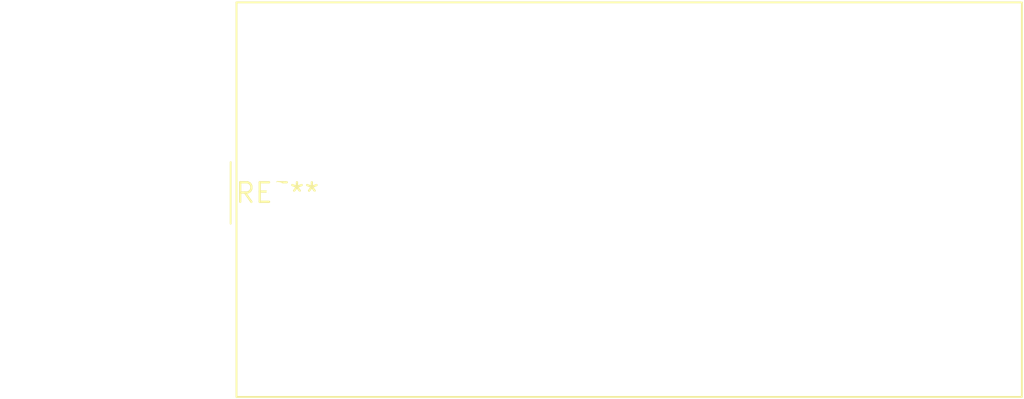
<source format=kicad_pcb>
(kicad_pcb (version 20240108) (generator pcbnew)
  (layers (0 "F.Cu" signal) (31 "B.Cu" signal) (34 "B.Paste" user) (35 "F.Paste" user) (36 "B.SilkS" user "B.Silkscreen") (37 "F.SilkS" user "F.Silkscreen") (38 "B.Mask" user) (39 "F.Mask" user) (44 "Edge.Cuts" user))
  (net 0 "")
  (footprint "Converter_ACDC_TRACO_TMLM-05_THT" (layer "F.Cu") (at 0 0)
    (property "Reference" "REF**")
    (property "Value" "Converter_ACDC_TRACO_TMLM-05_THT")
    (fp_line (start -3.04 -2) (end -3.04 2) (layer "F.SilkS") (stroke (width 0.12)))
    (fp_line (start -2.66 -12.38) (end 48.38 -12.38) (layer "F.SilkS") (stroke (width 0.12)))
    (fp_line (start -2.66 13.26) (end -2.66 -12.38) (layer "F.SilkS") (stroke (width 0.12)))
    (fp_line (start 48.38 -12.38) (end 48.38 13.26) (layer "F.SilkS") (stroke (width 0.12)))
    (fp_line (start 48.38 13.26) (end -2.66 13.26) (layer "F.SilkS") (stroke (width 0.12)))
    (pad "1" thru_hole rect (at 0 0) (size 2.8 2.8) (drill 1.4) (layers *.Cu *.Mask) (remove_unused_layers))
    (pad "2" thru_hole circle (at 0 10.16) (size 2.8 2.8) (drill 1.4) (layers *.Cu *.Mask) (remove_unused_layers))
    (pad "3" thru_hole circle (at 45.72 10.16) (size 2.8 2.8) (drill 1.4) (layers *.Cu *.Mask) (remove_unused_layers))
    (pad "4" thru_hole circle (at 45.72 -10.16) (size 2.8 2.8) (drill 1.4) (layers *.Cu *.Mask) (remove_unused_layers))
  )
)
</source>
